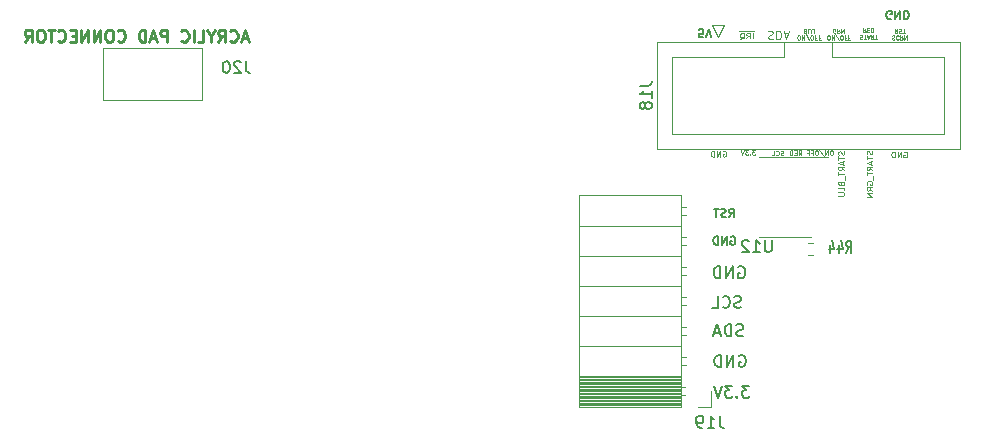
<source format=gbr>
%TF.GenerationSoftware,KiCad,Pcbnew,(6.0.0)*%
%TF.CreationDate,2022-02-18T09:15:22+03:00*%
%TF.ProjectId,Steel_form_Dish_washer PART 2,53746565-6c5f-4666-9f72-6d5f44697368,rev?*%
%TF.SameCoordinates,Original*%
%TF.FileFunction,Legend,Bot*%
%TF.FilePolarity,Positive*%
%FSLAX46Y46*%
G04 Gerber Fmt 4.6, Leading zero omitted, Abs format (unit mm)*
G04 Created by KiCad (PCBNEW (6.0.0)) date 2022-02-18 09:15:22*
%MOMM*%
%LPD*%
G01*
G04 APERTURE LIST*
%ADD10C,0.087500*%
%ADD11C,0.250000*%
%ADD12C,0.125000*%
%ADD13C,0.150000*%
%ADD14C,0.100000*%
%ADD15C,0.120000*%
G04 APERTURE END LIST*
D10*
X287591666Y-220498416D02*
X287658333Y-220498416D01*
X287691666Y-220481750D01*
X287725000Y-220448416D01*
X287741666Y-220381750D01*
X287741666Y-220265083D01*
X287725000Y-220198416D01*
X287691666Y-220165083D01*
X287658333Y-220148416D01*
X287591666Y-220148416D01*
X287558333Y-220165083D01*
X287525000Y-220198416D01*
X287508333Y-220265083D01*
X287508333Y-220381750D01*
X287525000Y-220448416D01*
X287558333Y-220481750D01*
X287591666Y-220498416D01*
X287891666Y-220148416D02*
X287891666Y-220498416D01*
X288091666Y-220148416D01*
X288091666Y-220498416D01*
X288508333Y-220515083D02*
X288208333Y-220065083D01*
X288691666Y-220498416D02*
X288758333Y-220498416D01*
X288791666Y-220481750D01*
X288825000Y-220448416D01*
X288841666Y-220381750D01*
X288841666Y-220265083D01*
X288825000Y-220198416D01*
X288791666Y-220165083D01*
X288758333Y-220148416D01*
X288691666Y-220148416D01*
X288658333Y-220165083D01*
X288625000Y-220198416D01*
X288608333Y-220265083D01*
X288608333Y-220381750D01*
X288625000Y-220448416D01*
X288658333Y-220481750D01*
X288691666Y-220498416D01*
X289108333Y-220331750D02*
X288991666Y-220331750D01*
X288991666Y-220148416D02*
X288991666Y-220498416D01*
X289158333Y-220498416D01*
X289408333Y-220331750D02*
X289291666Y-220331750D01*
X289291666Y-220148416D02*
X289291666Y-220498416D01*
X289458333Y-220498416D01*
X288208333Y-219918250D02*
X288175000Y-219934916D01*
X288125000Y-219934916D01*
X288075000Y-219918250D01*
X288041666Y-219884916D01*
X288025000Y-219851583D01*
X288008333Y-219784916D01*
X288008333Y-219734916D01*
X288025000Y-219668250D01*
X288041666Y-219634916D01*
X288075000Y-219601583D01*
X288125000Y-219584916D01*
X288158333Y-219584916D01*
X288208333Y-219601583D01*
X288225000Y-219618250D01*
X288225000Y-219734916D01*
X288158333Y-219734916D01*
X288575000Y-219584916D02*
X288458333Y-219751583D01*
X288375000Y-219584916D02*
X288375000Y-219934916D01*
X288508333Y-219934916D01*
X288541666Y-219918250D01*
X288558333Y-219901583D01*
X288575000Y-219868250D01*
X288575000Y-219818250D01*
X288558333Y-219784916D01*
X288541666Y-219768250D01*
X288508333Y-219751583D01*
X288375000Y-219751583D01*
X288725000Y-219584916D02*
X288725000Y-219934916D01*
X288925000Y-219584916D01*
X288925000Y-219934916D01*
D11*
X238453571Y-220391666D02*
X237977380Y-220391666D01*
X238548809Y-220677380D02*
X238215476Y-219677380D01*
X237882142Y-220677380D01*
X236977380Y-220582142D02*
X237025000Y-220629761D01*
X237167857Y-220677380D01*
X237263095Y-220677380D01*
X237405952Y-220629761D01*
X237501190Y-220534523D01*
X237548809Y-220439285D01*
X237596428Y-220248809D01*
X237596428Y-220105952D01*
X237548809Y-219915476D01*
X237501190Y-219820238D01*
X237405952Y-219725000D01*
X237263095Y-219677380D01*
X237167857Y-219677380D01*
X237025000Y-219725000D01*
X236977380Y-219772619D01*
X235977380Y-220677380D02*
X236310714Y-220201190D01*
X236548809Y-220677380D02*
X236548809Y-219677380D01*
X236167857Y-219677380D01*
X236072619Y-219725000D01*
X236025000Y-219772619D01*
X235977380Y-219867857D01*
X235977380Y-220010714D01*
X236025000Y-220105952D01*
X236072619Y-220153571D01*
X236167857Y-220201190D01*
X236548809Y-220201190D01*
X235358333Y-220201190D02*
X235358333Y-220677380D01*
X235691666Y-219677380D02*
X235358333Y-220201190D01*
X235025000Y-219677380D01*
X234215476Y-220677380D02*
X234691666Y-220677380D01*
X234691666Y-219677380D01*
X233882142Y-220677380D02*
X233882142Y-219677380D01*
X232834523Y-220582142D02*
X232882142Y-220629761D01*
X233025000Y-220677380D01*
X233120238Y-220677380D01*
X233263095Y-220629761D01*
X233358333Y-220534523D01*
X233405952Y-220439285D01*
X233453571Y-220248809D01*
X233453571Y-220105952D01*
X233405952Y-219915476D01*
X233358333Y-219820238D01*
X233263095Y-219725000D01*
X233120238Y-219677380D01*
X233025000Y-219677380D01*
X232882142Y-219725000D01*
X232834523Y-219772619D01*
X231644047Y-220677380D02*
X231644047Y-219677380D01*
X231263095Y-219677380D01*
X231167857Y-219725000D01*
X231120238Y-219772619D01*
X231072619Y-219867857D01*
X231072619Y-220010714D01*
X231120238Y-220105952D01*
X231167857Y-220153571D01*
X231263095Y-220201190D01*
X231644047Y-220201190D01*
X230691666Y-220391666D02*
X230215476Y-220391666D01*
X230786904Y-220677380D02*
X230453571Y-219677380D01*
X230120238Y-220677380D01*
X229786904Y-220677380D02*
X229786904Y-219677380D01*
X229548809Y-219677380D01*
X229405952Y-219725000D01*
X229310714Y-219820238D01*
X229263095Y-219915476D01*
X229215476Y-220105952D01*
X229215476Y-220248809D01*
X229263095Y-220439285D01*
X229310714Y-220534523D01*
X229405952Y-220629761D01*
X229548809Y-220677380D01*
X229786904Y-220677380D01*
X227453571Y-220582142D02*
X227501190Y-220629761D01*
X227644047Y-220677380D01*
X227739285Y-220677380D01*
X227882142Y-220629761D01*
X227977380Y-220534523D01*
X228025000Y-220439285D01*
X228072619Y-220248809D01*
X228072619Y-220105952D01*
X228025000Y-219915476D01*
X227977380Y-219820238D01*
X227882142Y-219725000D01*
X227739285Y-219677380D01*
X227644047Y-219677380D01*
X227501190Y-219725000D01*
X227453571Y-219772619D01*
X226834523Y-219677380D02*
X226644047Y-219677380D01*
X226548809Y-219725000D01*
X226453571Y-219820238D01*
X226405952Y-220010714D01*
X226405952Y-220344047D01*
X226453571Y-220534523D01*
X226548809Y-220629761D01*
X226644047Y-220677380D01*
X226834523Y-220677380D01*
X226929761Y-220629761D01*
X227025000Y-220534523D01*
X227072619Y-220344047D01*
X227072619Y-220010714D01*
X227025000Y-219820238D01*
X226929761Y-219725000D01*
X226834523Y-219677380D01*
X225977380Y-220677380D02*
X225977380Y-219677380D01*
X225405952Y-220677380D01*
X225405952Y-219677380D01*
X224929761Y-220677380D02*
X224929761Y-219677380D01*
X224358333Y-220677380D01*
X224358333Y-219677380D01*
X223882142Y-220153571D02*
X223548809Y-220153571D01*
X223405952Y-220677380D02*
X223882142Y-220677380D01*
X223882142Y-219677380D01*
X223405952Y-219677380D01*
X222405952Y-220582142D02*
X222453571Y-220629761D01*
X222596428Y-220677380D01*
X222691666Y-220677380D01*
X222834523Y-220629761D01*
X222929761Y-220534523D01*
X222977380Y-220439285D01*
X223025000Y-220248809D01*
X223025000Y-220105952D01*
X222977380Y-219915476D01*
X222929761Y-219820238D01*
X222834523Y-219725000D01*
X222691666Y-219677380D01*
X222596428Y-219677380D01*
X222453571Y-219725000D01*
X222405952Y-219772619D01*
X222120238Y-219677380D02*
X221548809Y-219677380D01*
X221834523Y-220677380D02*
X221834523Y-219677380D01*
X221025000Y-219677380D02*
X220834523Y-219677380D01*
X220739285Y-219725000D01*
X220644047Y-219820238D01*
X220596428Y-220010714D01*
X220596428Y-220344047D01*
X220644047Y-220534523D01*
X220739285Y-220629761D01*
X220834523Y-220677380D01*
X221025000Y-220677380D01*
X221120238Y-220629761D01*
X221215476Y-220534523D01*
X221263095Y-220344047D01*
X221263095Y-220010714D01*
X221215476Y-219820238D01*
X221120238Y-219725000D01*
X221025000Y-219677380D01*
X219596428Y-220677380D02*
X219929761Y-220201190D01*
X220167857Y-220677380D02*
X220167857Y-219677380D01*
X219786904Y-219677380D01*
X219691666Y-219725000D01*
X219644047Y-219772619D01*
X219596428Y-219867857D01*
X219596428Y-220010714D01*
X219644047Y-220105952D01*
X219691666Y-220153571D01*
X219786904Y-220201190D01*
X220167857Y-220201190D01*
D12*
X291327380Y-229934523D02*
X291351190Y-230005952D01*
X291351190Y-230125000D01*
X291327380Y-230172619D01*
X291303571Y-230196428D01*
X291255952Y-230220238D01*
X291208333Y-230220238D01*
X291160714Y-230196428D01*
X291136904Y-230172619D01*
X291113095Y-230125000D01*
X291089285Y-230029761D01*
X291065476Y-229982142D01*
X291041666Y-229958333D01*
X290994047Y-229934523D01*
X290946428Y-229934523D01*
X290898809Y-229958333D01*
X290875000Y-229982142D01*
X290851190Y-230029761D01*
X290851190Y-230148809D01*
X290875000Y-230220238D01*
X290851190Y-230363095D02*
X290851190Y-230648809D01*
X291351190Y-230505952D02*
X290851190Y-230505952D01*
X291208333Y-230791666D02*
X291208333Y-231029761D01*
X291351190Y-230744047D02*
X290851190Y-230910714D01*
X291351190Y-231077380D01*
X291351190Y-231529761D02*
X291113095Y-231363095D01*
X291351190Y-231244047D02*
X290851190Y-231244047D01*
X290851190Y-231434523D01*
X290875000Y-231482142D01*
X290898809Y-231505952D01*
X290946428Y-231529761D01*
X291017857Y-231529761D01*
X291065476Y-231505952D01*
X291089285Y-231482142D01*
X291113095Y-231434523D01*
X291113095Y-231244047D01*
X290851190Y-231672619D02*
X290851190Y-231958333D01*
X291351190Y-231815476D02*
X290851190Y-231815476D01*
X291398809Y-232005952D02*
X291398809Y-232386904D01*
X290875000Y-232767857D02*
X290851190Y-232720238D01*
X290851190Y-232648809D01*
X290875000Y-232577380D01*
X290922619Y-232529761D01*
X290970238Y-232505952D01*
X291065476Y-232482142D01*
X291136904Y-232482142D01*
X291232142Y-232505952D01*
X291279761Y-232529761D01*
X291327380Y-232577380D01*
X291351190Y-232648809D01*
X291351190Y-232696428D01*
X291327380Y-232767857D01*
X291303571Y-232791666D01*
X291136904Y-232791666D01*
X291136904Y-232696428D01*
X291351190Y-233291666D02*
X291113095Y-233125000D01*
X291351190Y-233005952D02*
X290851190Y-233005952D01*
X290851190Y-233196428D01*
X290875000Y-233244047D01*
X290898809Y-233267857D01*
X290946428Y-233291666D01*
X291017857Y-233291666D01*
X291065476Y-233267857D01*
X291089285Y-233244047D01*
X291113095Y-233196428D01*
X291113095Y-233005952D01*
X291351190Y-233505952D02*
X290851190Y-233505952D01*
X291351190Y-233791666D01*
X290851190Y-233791666D01*
D13*
X280011904Y-239750000D02*
X280107142Y-239702380D01*
X280250000Y-239702380D01*
X280392857Y-239750000D01*
X280488095Y-239845238D01*
X280535714Y-239940476D01*
X280583333Y-240130952D01*
X280583333Y-240273809D01*
X280535714Y-240464285D01*
X280488095Y-240559523D01*
X280392857Y-240654761D01*
X280250000Y-240702380D01*
X280154761Y-240702380D01*
X280011904Y-240654761D01*
X279964285Y-240607142D01*
X279964285Y-240273809D01*
X280154761Y-240273809D01*
X279535714Y-240702380D02*
X279535714Y-239702380D01*
X278964285Y-240702380D01*
X278964285Y-239702380D01*
X278488095Y-240702380D02*
X278488095Y-239702380D01*
X278250000Y-239702380D01*
X278107142Y-239750000D01*
X278011904Y-239845238D01*
X277964285Y-239940476D01*
X277916666Y-240130952D01*
X277916666Y-240273809D01*
X277964285Y-240464285D01*
X278011904Y-240559523D01*
X278107142Y-240654761D01*
X278250000Y-240702380D01*
X278488095Y-240702380D01*
D10*
X290308333Y-220115083D02*
X290358333Y-220098416D01*
X290441666Y-220098416D01*
X290475000Y-220115083D01*
X290491666Y-220131750D01*
X290508333Y-220165083D01*
X290508333Y-220198416D01*
X290491666Y-220231750D01*
X290475000Y-220248416D01*
X290441666Y-220265083D01*
X290375000Y-220281750D01*
X290341666Y-220298416D01*
X290325000Y-220315083D01*
X290308333Y-220348416D01*
X290308333Y-220381750D01*
X290325000Y-220415083D01*
X290341666Y-220431750D01*
X290375000Y-220448416D01*
X290458333Y-220448416D01*
X290508333Y-220431750D01*
X290608333Y-220448416D02*
X290808333Y-220448416D01*
X290708333Y-220098416D02*
X290708333Y-220448416D01*
X290908333Y-220198416D02*
X291075000Y-220198416D01*
X290875000Y-220098416D02*
X290991666Y-220448416D01*
X291108333Y-220098416D01*
X291425000Y-220098416D02*
X291308333Y-220265083D01*
X291225000Y-220098416D02*
X291225000Y-220448416D01*
X291358333Y-220448416D01*
X291391666Y-220431750D01*
X291408333Y-220415083D01*
X291425000Y-220381750D01*
X291425000Y-220331750D01*
X291408333Y-220298416D01*
X291391666Y-220281750D01*
X291358333Y-220265083D01*
X291225000Y-220265083D01*
X291525000Y-220448416D02*
X291725000Y-220448416D01*
X291625000Y-220098416D02*
X291625000Y-220448416D01*
X290775000Y-219534916D02*
X290658333Y-219701583D01*
X290575000Y-219534916D02*
X290575000Y-219884916D01*
X290708333Y-219884916D01*
X290741666Y-219868250D01*
X290758333Y-219851583D01*
X290775000Y-219818250D01*
X290775000Y-219768250D01*
X290758333Y-219734916D01*
X290741666Y-219718250D01*
X290708333Y-219701583D01*
X290575000Y-219701583D01*
X290925000Y-219718250D02*
X291041666Y-219718250D01*
X291091666Y-219534916D02*
X290925000Y-219534916D01*
X290925000Y-219884916D01*
X291091666Y-219884916D01*
X291241666Y-219534916D02*
X291241666Y-219884916D01*
X291325000Y-219884916D01*
X291375000Y-219868250D01*
X291408333Y-219834916D01*
X291425000Y-219801583D01*
X291441666Y-219734916D01*
X291441666Y-219684916D01*
X291425000Y-219618250D01*
X291408333Y-219584916D01*
X291375000Y-219551583D01*
X291325000Y-219534916D01*
X291241666Y-219534916D01*
D12*
X288952380Y-229957142D02*
X288976190Y-230028571D01*
X288976190Y-230147619D01*
X288952380Y-230195238D01*
X288928571Y-230219047D01*
X288880952Y-230242857D01*
X288833333Y-230242857D01*
X288785714Y-230219047D01*
X288761904Y-230195238D01*
X288738095Y-230147619D01*
X288714285Y-230052380D01*
X288690476Y-230004761D01*
X288666666Y-229980952D01*
X288619047Y-229957142D01*
X288571428Y-229957142D01*
X288523809Y-229980952D01*
X288500000Y-230004761D01*
X288476190Y-230052380D01*
X288476190Y-230171428D01*
X288500000Y-230242857D01*
X288476190Y-230385714D02*
X288476190Y-230671428D01*
X288976190Y-230528571D02*
X288476190Y-230528571D01*
X288833333Y-230814285D02*
X288833333Y-231052380D01*
X288976190Y-230766666D02*
X288476190Y-230933333D01*
X288976190Y-231100000D01*
X288976190Y-231552380D02*
X288738095Y-231385714D01*
X288976190Y-231266666D02*
X288476190Y-231266666D01*
X288476190Y-231457142D01*
X288500000Y-231504761D01*
X288523809Y-231528571D01*
X288571428Y-231552380D01*
X288642857Y-231552380D01*
X288690476Y-231528571D01*
X288714285Y-231504761D01*
X288738095Y-231457142D01*
X288738095Y-231266666D01*
X288476190Y-231695238D02*
X288476190Y-231980952D01*
X288976190Y-231838095D02*
X288476190Y-231838095D01*
X289023809Y-232028571D02*
X289023809Y-232409523D01*
X288714285Y-232695238D02*
X288738095Y-232766666D01*
X288761904Y-232790476D01*
X288809523Y-232814285D01*
X288880952Y-232814285D01*
X288928571Y-232790476D01*
X288952380Y-232766666D01*
X288976190Y-232719047D01*
X288976190Y-232528571D01*
X288476190Y-232528571D01*
X288476190Y-232695238D01*
X288500000Y-232742857D01*
X288523809Y-232766666D01*
X288571428Y-232790476D01*
X288619047Y-232790476D01*
X288666666Y-232766666D01*
X288690476Y-232742857D01*
X288714285Y-232695238D01*
X288714285Y-232528571D01*
X288976190Y-233266666D02*
X288976190Y-233028571D01*
X288476190Y-233028571D01*
X288476190Y-233433333D02*
X288880952Y-233433333D01*
X288928571Y-233457142D01*
X288952380Y-233480952D01*
X288976190Y-233528571D01*
X288976190Y-233623809D01*
X288952380Y-233671428D01*
X288928571Y-233695238D01*
X288880952Y-233719047D01*
X288476190Y-233719047D01*
D13*
X279358333Y-237200000D02*
X279425000Y-237166666D01*
X279525000Y-237166666D01*
X279625000Y-237200000D01*
X279691666Y-237266666D01*
X279725000Y-237333333D01*
X279758333Y-237466666D01*
X279758333Y-237566666D01*
X279725000Y-237700000D01*
X279691666Y-237766666D01*
X279625000Y-237833333D01*
X279525000Y-237866666D01*
X279458333Y-237866666D01*
X279358333Y-237833333D01*
X279325000Y-237800000D01*
X279325000Y-237566666D01*
X279458333Y-237566666D01*
X279025000Y-237866666D02*
X279025000Y-237166666D01*
X278625000Y-237866666D01*
X278625000Y-237166666D01*
X278291666Y-237866666D02*
X278291666Y-237166666D01*
X278125000Y-237166666D01*
X278025000Y-237200000D01*
X277958333Y-237266666D01*
X277925000Y-237333333D01*
X277891666Y-237466666D01*
X277891666Y-237566666D01*
X277925000Y-237700000D01*
X277958333Y-237766666D01*
X278025000Y-237833333D01*
X278125000Y-237866666D01*
X278291666Y-237866666D01*
X280061904Y-247250000D02*
X280157142Y-247202380D01*
X280300000Y-247202380D01*
X280442857Y-247250000D01*
X280538095Y-247345238D01*
X280585714Y-247440476D01*
X280633333Y-247630952D01*
X280633333Y-247773809D01*
X280585714Y-247964285D01*
X280538095Y-248059523D01*
X280442857Y-248154761D01*
X280300000Y-248202380D01*
X280204761Y-248202380D01*
X280061904Y-248154761D01*
X280014285Y-248107142D01*
X280014285Y-247773809D01*
X280204761Y-247773809D01*
X279585714Y-248202380D02*
X279585714Y-247202380D01*
X279014285Y-248202380D01*
X279014285Y-247202380D01*
X278538095Y-248202380D02*
X278538095Y-247202380D01*
X278300000Y-247202380D01*
X278157142Y-247250000D01*
X278061904Y-247345238D01*
X278014285Y-247440476D01*
X277966666Y-247630952D01*
X277966666Y-247773809D01*
X278014285Y-247964285D01*
X278061904Y-248059523D01*
X278157142Y-248154761D01*
X278300000Y-248202380D01*
X278538095Y-248202380D01*
D14*
X282525000Y-219791666D02*
X282625000Y-219758333D01*
X282791666Y-219758333D01*
X282858333Y-219791666D01*
X282891666Y-219825000D01*
X282925000Y-219891666D01*
X282925000Y-219958333D01*
X282891666Y-220025000D01*
X282858333Y-220058333D01*
X282791666Y-220091666D01*
X282658333Y-220125000D01*
X282591666Y-220158333D01*
X282558333Y-220191666D01*
X282525000Y-220258333D01*
X282525000Y-220325000D01*
X282558333Y-220391666D01*
X282591666Y-220425000D01*
X282658333Y-220458333D01*
X282825000Y-220458333D01*
X282925000Y-220425000D01*
X283225000Y-219758333D02*
X283225000Y-220458333D01*
X283391666Y-220458333D01*
X283491666Y-220425000D01*
X283558333Y-220358333D01*
X283591666Y-220291666D01*
X283625000Y-220158333D01*
X283625000Y-220058333D01*
X283591666Y-219925000D01*
X283558333Y-219858333D01*
X283491666Y-219791666D01*
X283391666Y-219758333D01*
X283225000Y-219758333D01*
X283891666Y-219958333D02*
X284225000Y-219958333D01*
X283825000Y-219758333D02*
X284058333Y-220458333D01*
X284291666Y-219758333D01*
D13*
X279208333Y-235516666D02*
X279441666Y-235183333D01*
X279608333Y-235516666D02*
X279608333Y-234816666D01*
X279341666Y-234816666D01*
X279275000Y-234850000D01*
X279241666Y-234883333D01*
X279208333Y-234950000D01*
X279208333Y-235050000D01*
X279241666Y-235116666D01*
X279275000Y-235150000D01*
X279341666Y-235183333D01*
X279608333Y-235183333D01*
X278941666Y-235483333D02*
X278841666Y-235516666D01*
X278675000Y-235516666D01*
X278608333Y-235483333D01*
X278575000Y-235450000D01*
X278541666Y-235383333D01*
X278541666Y-235316666D01*
X278575000Y-235250000D01*
X278608333Y-235216666D01*
X278675000Y-235183333D01*
X278808333Y-235150000D01*
X278875000Y-235116666D01*
X278908333Y-235083333D01*
X278941666Y-235016666D01*
X278941666Y-234950000D01*
X278908333Y-234883333D01*
X278875000Y-234850000D01*
X278808333Y-234816666D01*
X278641666Y-234816666D01*
X278541666Y-234850000D01*
X278341666Y-234816666D02*
X277941666Y-234816666D01*
X278141666Y-235516666D02*
X278141666Y-234816666D01*
D14*
X281330952Y-219760000D02*
X281092857Y-219760000D01*
X281211904Y-220401190D02*
X281211904Y-219901190D01*
X281092857Y-219760000D02*
X280592857Y-219760000D01*
X280688095Y-220401190D02*
X280854761Y-220163095D01*
X280973809Y-220401190D02*
X280973809Y-219901190D01*
X280783333Y-219901190D01*
X280735714Y-219925000D01*
X280711904Y-219948809D01*
X280688095Y-219996428D01*
X280688095Y-220067857D01*
X280711904Y-220115476D01*
X280735714Y-220139285D01*
X280783333Y-220163095D01*
X280973809Y-220163095D01*
X280592857Y-219760000D02*
X280069047Y-219760000D01*
X280140476Y-220448809D02*
X280188095Y-220425000D01*
X280235714Y-220377380D01*
X280307142Y-220305952D01*
X280354761Y-220282142D01*
X280402380Y-220282142D01*
X280378571Y-220401190D02*
X280426190Y-220377380D01*
X280473809Y-220329761D01*
X280497619Y-220234523D01*
X280497619Y-220067857D01*
X280473809Y-219972619D01*
X280426190Y-219925000D01*
X280378571Y-219901190D01*
X280283333Y-219901190D01*
X280235714Y-219925000D01*
X280188095Y-219972619D01*
X280164285Y-220067857D01*
X280164285Y-220234523D01*
X280188095Y-220329761D01*
X280235714Y-220377380D01*
X280283333Y-220401190D01*
X280378571Y-220401190D01*
D13*
X280414285Y-245554761D02*
X280271428Y-245602380D01*
X280033333Y-245602380D01*
X279938095Y-245554761D01*
X279890476Y-245507142D01*
X279842857Y-245411904D01*
X279842857Y-245316666D01*
X279890476Y-245221428D01*
X279938095Y-245173809D01*
X280033333Y-245126190D01*
X280223809Y-245078571D01*
X280319047Y-245030952D01*
X280366666Y-244983333D01*
X280414285Y-244888095D01*
X280414285Y-244792857D01*
X280366666Y-244697619D01*
X280319047Y-244650000D01*
X280223809Y-244602380D01*
X279985714Y-244602380D01*
X279842857Y-244650000D01*
X279414285Y-245602380D02*
X279414285Y-244602380D01*
X279176190Y-244602380D01*
X279033333Y-244650000D01*
X278938095Y-244745238D01*
X278890476Y-244840476D01*
X278842857Y-245030952D01*
X278842857Y-245173809D01*
X278890476Y-245364285D01*
X278938095Y-245459523D01*
X279033333Y-245554761D01*
X279176190Y-245602380D01*
X279414285Y-245602380D01*
X278461904Y-245316666D02*
X277985714Y-245316666D01*
X278557142Y-245602380D02*
X278223809Y-244602380D01*
X277890476Y-245602380D01*
D14*
X283801190Y-230286904D02*
X283744047Y-230305952D01*
X283648809Y-230305952D01*
X283610714Y-230286904D01*
X283591666Y-230267857D01*
X283572619Y-230229761D01*
X283572619Y-230191666D01*
X283591666Y-230153571D01*
X283610714Y-230134523D01*
X283648809Y-230115476D01*
X283725000Y-230096428D01*
X283763095Y-230077380D01*
X283782142Y-230058333D01*
X283801190Y-230020238D01*
X283801190Y-229982142D01*
X283782142Y-229944047D01*
X283763095Y-229925000D01*
X283725000Y-229905952D01*
X283629761Y-229905952D01*
X283572619Y-229925000D01*
X283172619Y-230267857D02*
X283191666Y-230286904D01*
X283248809Y-230305952D01*
X283286904Y-230305952D01*
X283344047Y-230286904D01*
X283382142Y-230248809D01*
X283401190Y-230210714D01*
X283420238Y-230134523D01*
X283420238Y-230077380D01*
X283401190Y-230001190D01*
X283382142Y-229963095D01*
X283344047Y-229925000D01*
X283286904Y-229905952D01*
X283248809Y-229905952D01*
X283191666Y-229925000D01*
X283172619Y-229944047D01*
X282810714Y-230305952D02*
X283001190Y-230305952D01*
X283001190Y-229905952D01*
X287917857Y-229880952D02*
X287841666Y-229880952D01*
X287803571Y-229900000D01*
X287765476Y-229938095D01*
X287746428Y-230014285D01*
X287746428Y-230147619D01*
X287765476Y-230223809D01*
X287803571Y-230261904D01*
X287841666Y-230280952D01*
X287917857Y-230280952D01*
X287955952Y-230261904D01*
X287994047Y-230223809D01*
X288013095Y-230147619D01*
X288013095Y-230014285D01*
X287994047Y-229938095D01*
X287955952Y-229900000D01*
X287917857Y-229880952D01*
X287575000Y-230280952D02*
X287575000Y-229880952D01*
X287346428Y-230280952D01*
X287346428Y-229880952D01*
X286870238Y-229861904D02*
X287213095Y-230376190D01*
X286660714Y-229880952D02*
X286584523Y-229880952D01*
X286546428Y-229900000D01*
X286508333Y-229938095D01*
X286489285Y-230014285D01*
X286489285Y-230147619D01*
X286508333Y-230223809D01*
X286546428Y-230261904D01*
X286584523Y-230280952D01*
X286660714Y-230280952D01*
X286698809Y-230261904D01*
X286736904Y-230223809D01*
X286755952Y-230147619D01*
X286755952Y-230014285D01*
X286736904Y-229938095D01*
X286698809Y-229900000D01*
X286660714Y-229880952D01*
X286184523Y-230071428D02*
X286317857Y-230071428D01*
X286317857Y-230280952D02*
X286317857Y-229880952D01*
X286127380Y-229880952D01*
X285841666Y-230071428D02*
X285975000Y-230071428D01*
X285975000Y-230280952D02*
X285975000Y-229880952D01*
X285784523Y-229880952D01*
X285098809Y-230280952D02*
X285232142Y-230090476D01*
X285327380Y-230280952D02*
X285327380Y-229880952D01*
X285175000Y-229880952D01*
X285136904Y-229900000D01*
X285117857Y-229919047D01*
X285098809Y-229957142D01*
X285098809Y-230014285D01*
X285117857Y-230052380D01*
X285136904Y-230071428D01*
X285175000Y-230090476D01*
X285327380Y-230090476D01*
X284927380Y-230071428D02*
X284794047Y-230071428D01*
X284736904Y-230280952D02*
X284927380Y-230280952D01*
X284927380Y-229880952D01*
X284736904Y-229880952D01*
X284565476Y-230280952D02*
X284565476Y-229880952D01*
X284470238Y-229880952D01*
X284413095Y-229900000D01*
X284375000Y-229938095D01*
X284355952Y-229976190D01*
X284336904Y-230052380D01*
X284336904Y-230109523D01*
X284355952Y-230185714D01*
X284375000Y-230223809D01*
X284413095Y-230261904D01*
X284470238Y-230280952D01*
X284565476Y-230280952D01*
X281415476Y-229855952D02*
X281167857Y-229855952D01*
X281301190Y-230008333D01*
X281244047Y-230008333D01*
X281205952Y-230027380D01*
X281186904Y-230046428D01*
X281167857Y-230084523D01*
X281167857Y-230179761D01*
X281186904Y-230217857D01*
X281205952Y-230236904D01*
X281244047Y-230255952D01*
X281358333Y-230255952D01*
X281396428Y-230236904D01*
X281415476Y-230217857D01*
X280996428Y-230217857D02*
X280977380Y-230236904D01*
X280996428Y-230255952D01*
X281015476Y-230236904D01*
X280996428Y-230217857D01*
X280996428Y-230255952D01*
X280844047Y-229855952D02*
X280596428Y-229855952D01*
X280729761Y-230008333D01*
X280672619Y-230008333D01*
X280634523Y-230027380D01*
X280615476Y-230046428D01*
X280596428Y-230084523D01*
X280596428Y-230179761D01*
X280615476Y-230217857D01*
X280634523Y-230236904D01*
X280672619Y-230255952D01*
X280786904Y-230255952D01*
X280825000Y-230236904D01*
X280844047Y-230217857D01*
X280482142Y-229855952D02*
X280348809Y-230255952D01*
X280215476Y-229855952D01*
D10*
X285091666Y-220498416D02*
X285158333Y-220498416D01*
X285191666Y-220481750D01*
X285225000Y-220448416D01*
X285241666Y-220381750D01*
X285241666Y-220265083D01*
X285225000Y-220198416D01*
X285191666Y-220165083D01*
X285158333Y-220148416D01*
X285091666Y-220148416D01*
X285058333Y-220165083D01*
X285025000Y-220198416D01*
X285008333Y-220265083D01*
X285008333Y-220381750D01*
X285025000Y-220448416D01*
X285058333Y-220481750D01*
X285091666Y-220498416D01*
X285391666Y-220148416D02*
X285391666Y-220498416D01*
X285591666Y-220148416D01*
X285591666Y-220498416D01*
X286008333Y-220515083D02*
X285708333Y-220065083D01*
X286191666Y-220498416D02*
X286258333Y-220498416D01*
X286291666Y-220481750D01*
X286325000Y-220448416D01*
X286341666Y-220381750D01*
X286341666Y-220265083D01*
X286325000Y-220198416D01*
X286291666Y-220165083D01*
X286258333Y-220148416D01*
X286191666Y-220148416D01*
X286158333Y-220165083D01*
X286125000Y-220198416D01*
X286108333Y-220265083D01*
X286108333Y-220381750D01*
X286125000Y-220448416D01*
X286158333Y-220481750D01*
X286191666Y-220498416D01*
X286608333Y-220331750D02*
X286491666Y-220331750D01*
X286491666Y-220148416D02*
X286491666Y-220498416D01*
X286658333Y-220498416D01*
X286908333Y-220331750D02*
X286791666Y-220331750D01*
X286791666Y-220148416D02*
X286791666Y-220498416D01*
X286958333Y-220498416D01*
X285675000Y-219768250D02*
X285725000Y-219751583D01*
X285741666Y-219734916D01*
X285758333Y-219701583D01*
X285758333Y-219651583D01*
X285741666Y-219618250D01*
X285725000Y-219601583D01*
X285691666Y-219584916D01*
X285558333Y-219584916D01*
X285558333Y-219934916D01*
X285675000Y-219934916D01*
X285708333Y-219918250D01*
X285725000Y-219901583D01*
X285741666Y-219868250D01*
X285741666Y-219834916D01*
X285725000Y-219801583D01*
X285708333Y-219784916D01*
X285675000Y-219768250D01*
X285558333Y-219768250D01*
X286075000Y-219584916D02*
X285908333Y-219584916D01*
X285908333Y-219934916D01*
X286191666Y-219934916D02*
X286191666Y-219651583D01*
X286208333Y-219618250D01*
X286225000Y-219601583D01*
X286258333Y-219584916D01*
X286325000Y-219584916D01*
X286358333Y-219601583D01*
X286375000Y-219618250D01*
X286391666Y-219651583D01*
X286391666Y-219934916D01*
X293016666Y-220165083D02*
X293066666Y-220148416D01*
X293150000Y-220148416D01*
X293183333Y-220165083D01*
X293200000Y-220181750D01*
X293216666Y-220215083D01*
X293216666Y-220248416D01*
X293200000Y-220281750D01*
X293183333Y-220298416D01*
X293150000Y-220315083D01*
X293083333Y-220331750D01*
X293050000Y-220348416D01*
X293033333Y-220365083D01*
X293016666Y-220398416D01*
X293016666Y-220431750D01*
X293033333Y-220465083D01*
X293050000Y-220481750D01*
X293083333Y-220498416D01*
X293166666Y-220498416D01*
X293216666Y-220481750D01*
X293566666Y-220181750D02*
X293550000Y-220165083D01*
X293500000Y-220148416D01*
X293466666Y-220148416D01*
X293416666Y-220165083D01*
X293383333Y-220198416D01*
X293366666Y-220231750D01*
X293350000Y-220298416D01*
X293350000Y-220348416D01*
X293366666Y-220415083D01*
X293383333Y-220448416D01*
X293416666Y-220481750D01*
X293466666Y-220498416D01*
X293500000Y-220498416D01*
X293550000Y-220481750D01*
X293566666Y-220465083D01*
X293916666Y-220148416D02*
X293800000Y-220315083D01*
X293716666Y-220148416D02*
X293716666Y-220498416D01*
X293850000Y-220498416D01*
X293883333Y-220481750D01*
X293900000Y-220465083D01*
X293916666Y-220431750D01*
X293916666Y-220381750D01*
X293900000Y-220348416D01*
X293883333Y-220331750D01*
X293850000Y-220315083D01*
X293716666Y-220315083D01*
X294066666Y-220148416D02*
X294066666Y-220498416D01*
X294266666Y-220148416D01*
X294266666Y-220498416D01*
X293458333Y-219584916D02*
X293341666Y-219751583D01*
X293258333Y-219584916D02*
X293258333Y-219934916D01*
X293391666Y-219934916D01*
X293425000Y-219918250D01*
X293441666Y-219901583D01*
X293458333Y-219868250D01*
X293458333Y-219818250D01*
X293441666Y-219784916D01*
X293425000Y-219768250D01*
X293391666Y-219751583D01*
X293258333Y-219751583D01*
X293591666Y-219601583D02*
X293641666Y-219584916D01*
X293725000Y-219584916D01*
X293758333Y-219601583D01*
X293775000Y-219618250D01*
X293791666Y-219651583D01*
X293791666Y-219684916D01*
X293775000Y-219718250D01*
X293758333Y-219734916D01*
X293725000Y-219751583D01*
X293658333Y-219768250D01*
X293625000Y-219784916D01*
X293608333Y-219801583D01*
X293591666Y-219834916D01*
X293591666Y-219868250D01*
X293608333Y-219901583D01*
X293625000Y-219918250D01*
X293658333Y-219934916D01*
X293741666Y-219934916D01*
X293791666Y-219918250D01*
X293891666Y-219934916D02*
X294091666Y-219934916D01*
X293991666Y-219584916D02*
X293991666Y-219934916D01*
D13*
X280926190Y-249802380D02*
X280307142Y-249802380D01*
X280640476Y-250183333D01*
X280497619Y-250183333D01*
X280402380Y-250230952D01*
X280354761Y-250278571D01*
X280307142Y-250373809D01*
X280307142Y-250611904D01*
X280354761Y-250707142D01*
X280402380Y-250754761D01*
X280497619Y-250802380D01*
X280783333Y-250802380D01*
X280878571Y-250754761D01*
X280926190Y-250707142D01*
X279878571Y-250707142D02*
X279830952Y-250754761D01*
X279878571Y-250802380D01*
X279926190Y-250754761D01*
X279878571Y-250707142D01*
X279878571Y-250802380D01*
X279497619Y-249802380D02*
X278878571Y-249802380D01*
X279211904Y-250183333D01*
X279069047Y-250183333D01*
X278973809Y-250230952D01*
X278926190Y-250278571D01*
X278878571Y-250373809D01*
X278878571Y-250611904D01*
X278926190Y-250707142D01*
X278973809Y-250754761D01*
X279069047Y-250802380D01*
X279354761Y-250802380D01*
X279450000Y-250754761D01*
X279497619Y-250707142D01*
X278592857Y-249802380D02*
X278259523Y-250802380D01*
X277926190Y-249802380D01*
D12*
X278705952Y-229925000D02*
X278753571Y-229901190D01*
X278825000Y-229901190D01*
X278896428Y-229925000D01*
X278944047Y-229972619D01*
X278967857Y-230020238D01*
X278991666Y-230115476D01*
X278991666Y-230186904D01*
X278967857Y-230282142D01*
X278944047Y-230329761D01*
X278896428Y-230377380D01*
X278825000Y-230401190D01*
X278777380Y-230401190D01*
X278705952Y-230377380D01*
X278682142Y-230353571D01*
X278682142Y-230186904D01*
X278777380Y-230186904D01*
X278467857Y-230401190D02*
X278467857Y-229901190D01*
X278182142Y-230401190D01*
X278182142Y-229901190D01*
X277944047Y-230401190D02*
X277944047Y-229901190D01*
X277825000Y-229901190D01*
X277753571Y-229925000D01*
X277705952Y-229972619D01*
X277682142Y-230020238D01*
X277658333Y-230115476D01*
X277658333Y-230186904D01*
X277682142Y-230282142D01*
X277705952Y-230329761D01*
X277753571Y-230377380D01*
X277825000Y-230401190D01*
X277944047Y-230401190D01*
D13*
X280240476Y-243154761D02*
X280097619Y-243202380D01*
X279859523Y-243202380D01*
X279764285Y-243154761D01*
X279716666Y-243107142D01*
X279669047Y-243011904D01*
X279669047Y-242916666D01*
X279716666Y-242821428D01*
X279764285Y-242773809D01*
X279859523Y-242726190D01*
X280050000Y-242678571D01*
X280145238Y-242630952D01*
X280192857Y-242583333D01*
X280240476Y-242488095D01*
X280240476Y-242392857D01*
X280192857Y-242297619D01*
X280145238Y-242250000D01*
X280050000Y-242202380D01*
X279811904Y-242202380D01*
X279669047Y-242250000D01*
X278669047Y-243107142D02*
X278716666Y-243154761D01*
X278859523Y-243202380D01*
X278954761Y-243202380D01*
X279097619Y-243154761D01*
X279192857Y-243059523D01*
X279240476Y-242964285D01*
X279288095Y-242773809D01*
X279288095Y-242630952D01*
X279240476Y-242440476D01*
X279192857Y-242345238D01*
X279097619Y-242250000D01*
X278954761Y-242202380D01*
X278859523Y-242202380D01*
X278716666Y-242250000D01*
X278669047Y-242297619D01*
X277764285Y-243202380D02*
X278240476Y-243202380D01*
X278240476Y-242202380D01*
X277016666Y-220308333D02*
X276683333Y-220308333D01*
X276650000Y-219975000D01*
X276683333Y-220008333D01*
X276750000Y-220041666D01*
X276916666Y-220041666D01*
X276983333Y-220008333D01*
X277016666Y-219975000D01*
X277050000Y-219908333D01*
X277050000Y-219741666D01*
X277016666Y-219675000D01*
X276983333Y-219641666D01*
X276916666Y-219608333D01*
X276750000Y-219608333D01*
X276683333Y-219641666D01*
X276650000Y-219675000D01*
X277250000Y-220308333D02*
X277483333Y-219608333D01*
X277716666Y-220308333D01*
X292941666Y-218725000D02*
X292875000Y-218758333D01*
X292775000Y-218758333D01*
X292675000Y-218725000D01*
X292608333Y-218658333D01*
X292575000Y-218591666D01*
X292541666Y-218458333D01*
X292541666Y-218358333D01*
X292575000Y-218225000D01*
X292608333Y-218158333D01*
X292675000Y-218091666D01*
X292775000Y-218058333D01*
X292841666Y-218058333D01*
X292941666Y-218091666D01*
X292975000Y-218125000D01*
X292975000Y-218358333D01*
X292841666Y-218358333D01*
X293275000Y-218058333D02*
X293275000Y-218758333D01*
X293675000Y-218058333D01*
X293675000Y-218758333D01*
X294008333Y-218058333D02*
X294008333Y-218758333D01*
X294175000Y-218758333D01*
X294275000Y-218725000D01*
X294341666Y-218658333D01*
X294375000Y-218591666D01*
X294408333Y-218458333D01*
X294408333Y-218358333D01*
X294375000Y-218225000D01*
X294341666Y-218158333D01*
X294275000Y-218091666D01*
X294175000Y-218058333D01*
X294008333Y-218058333D01*
D12*
X294005952Y-230000000D02*
X294053571Y-229976190D01*
X294125000Y-229976190D01*
X294196428Y-230000000D01*
X294244047Y-230047619D01*
X294267857Y-230095238D01*
X294291666Y-230190476D01*
X294291666Y-230261904D01*
X294267857Y-230357142D01*
X294244047Y-230404761D01*
X294196428Y-230452380D01*
X294125000Y-230476190D01*
X294077380Y-230476190D01*
X294005952Y-230452380D01*
X293982142Y-230428571D01*
X293982142Y-230261904D01*
X294077380Y-230261904D01*
X293767857Y-230476190D02*
X293767857Y-229976190D01*
X293482142Y-230476190D01*
X293482142Y-229976190D01*
X293244047Y-230476190D02*
X293244047Y-229976190D01*
X293125000Y-229976190D01*
X293053571Y-230000000D01*
X293005952Y-230047619D01*
X292982142Y-230095238D01*
X292958333Y-230190476D01*
X292958333Y-230261904D01*
X292982142Y-230357142D01*
X293005952Y-230404761D01*
X293053571Y-230452380D01*
X293125000Y-230476190D01*
X293244047Y-230476190D01*
D13*
%TO.C,J19*%
X278409523Y-252352380D02*
X278409523Y-253066666D01*
X278457142Y-253209523D01*
X278552380Y-253304761D01*
X278695238Y-253352380D01*
X278790476Y-253352380D01*
X277409523Y-253352380D02*
X277980952Y-253352380D01*
X277695238Y-253352380D02*
X277695238Y-252352380D01*
X277790476Y-252495238D01*
X277885714Y-252590476D01*
X277980952Y-252638095D01*
X276933333Y-253352380D02*
X276742857Y-253352380D01*
X276647619Y-253304761D01*
X276600000Y-253257142D01*
X276504761Y-253114285D01*
X276457142Y-252923809D01*
X276457142Y-252542857D01*
X276504761Y-252447619D01*
X276552380Y-252400000D01*
X276647619Y-252352380D01*
X276838095Y-252352380D01*
X276933333Y-252400000D01*
X276980952Y-252447619D01*
X277028571Y-252542857D01*
X277028571Y-252780952D01*
X276980952Y-252876190D01*
X276933333Y-252923809D01*
X276838095Y-252971428D01*
X276647619Y-252971428D01*
X276552380Y-252923809D01*
X276504761Y-252876190D01*
X276457142Y-252780952D01*
%TO.C,R44*%
X289132142Y-238527380D02*
X289382142Y-238051190D01*
X289560714Y-238527380D02*
X289560714Y-237527380D01*
X289275000Y-237527380D01*
X289203571Y-237575000D01*
X289167857Y-237622619D01*
X289132142Y-237717857D01*
X289132142Y-237860714D01*
X289167857Y-237955952D01*
X289203571Y-238003571D01*
X289275000Y-238051190D01*
X289560714Y-238051190D01*
X288489285Y-237860714D02*
X288489285Y-238527380D01*
X288667857Y-237479761D02*
X288846428Y-238194047D01*
X288382142Y-238194047D01*
X287775000Y-237860714D02*
X287775000Y-238527380D01*
X287953571Y-237479761D02*
X288132142Y-238194047D01*
X287667857Y-238194047D01*
%TO.C,J18*%
X271652380Y-224410476D02*
X272366666Y-224410476D01*
X272509523Y-224362857D01*
X272604761Y-224267619D01*
X272652380Y-224124761D01*
X272652380Y-224029523D01*
X272652380Y-225410476D02*
X272652380Y-224839047D01*
X272652380Y-225124761D02*
X271652380Y-225124761D01*
X271795238Y-225029523D01*
X271890476Y-224934285D01*
X271938095Y-224839047D01*
X272080952Y-225981904D02*
X272033333Y-225886666D01*
X271985714Y-225839047D01*
X271890476Y-225791428D01*
X271842857Y-225791428D01*
X271747619Y-225839047D01*
X271700000Y-225886666D01*
X271652380Y-225981904D01*
X271652380Y-226172380D01*
X271700000Y-226267619D01*
X271747619Y-226315238D01*
X271842857Y-226362857D01*
X271890476Y-226362857D01*
X271985714Y-226315238D01*
X272033333Y-226267619D01*
X272080952Y-226172380D01*
X272080952Y-225981904D01*
X272128571Y-225886666D01*
X272176190Y-225839047D01*
X272271428Y-225791428D01*
X272461904Y-225791428D01*
X272557142Y-225839047D01*
X272604761Y-225886666D01*
X272652380Y-225981904D01*
X272652380Y-226172380D01*
X272604761Y-226267619D01*
X272557142Y-226315238D01*
X272461904Y-226362857D01*
X272271428Y-226362857D01*
X272176190Y-226315238D01*
X272128571Y-226267619D01*
X272080952Y-226172380D01*
%TO.C,U12*%
X282813095Y-237477380D02*
X282813095Y-238286904D01*
X282765476Y-238382142D01*
X282717857Y-238429761D01*
X282622619Y-238477380D01*
X282432142Y-238477380D01*
X282336904Y-238429761D01*
X282289285Y-238382142D01*
X282241666Y-238286904D01*
X282241666Y-237477380D01*
X281241666Y-238477380D02*
X281813095Y-238477380D01*
X281527380Y-238477380D02*
X281527380Y-237477380D01*
X281622619Y-237620238D01*
X281717857Y-237715476D01*
X281813095Y-237763095D01*
X280860714Y-237572619D02*
X280813095Y-237525000D01*
X280717857Y-237477380D01*
X280479761Y-237477380D01*
X280384523Y-237525000D01*
X280336904Y-237572619D01*
X280289285Y-237667857D01*
X280289285Y-237763095D01*
X280336904Y-237905952D01*
X280908333Y-238477380D01*
X280289285Y-238477380D01*
%TO.C,J20*%
X238304523Y-222327380D02*
X238304523Y-223041666D01*
X238352142Y-223184523D01*
X238447380Y-223279761D01*
X238590238Y-223327380D01*
X238685476Y-223327380D01*
X237875952Y-222422619D02*
X237828333Y-222375000D01*
X237733095Y-222327380D01*
X237495000Y-222327380D01*
X237399761Y-222375000D01*
X237352142Y-222422619D01*
X237304523Y-222517857D01*
X237304523Y-222613095D01*
X237352142Y-222755952D01*
X237923571Y-223327380D01*
X237304523Y-223327380D01*
X236685476Y-222327380D02*
X236590238Y-222327380D01*
X236495000Y-222375000D01*
X236447380Y-222422619D01*
X236399761Y-222517857D01*
X236352142Y-222708333D01*
X236352142Y-222946428D01*
X236399761Y-223136904D01*
X236447380Y-223232142D01*
X236495000Y-223279761D01*
X236590238Y-223327380D01*
X236685476Y-223327380D01*
X236780714Y-223279761D01*
X236828333Y-223232142D01*
X236875952Y-223136904D01*
X236923571Y-222946428D01*
X236923571Y-222708333D01*
X236875952Y-222517857D01*
X236828333Y-222422619D01*
X236780714Y-222375000D01*
X236685476Y-222327380D01*
D15*
%TO.C,J19*%
X275140000Y-242990000D02*
X275550000Y-242990000D01*
X266510000Y-250160955D02*
X275140000Y-250160955D01*
X275140000Y-249890000D02*
X275490000Y-249890000D01*
X266510000Y-251105715D02*
X275140000Y-251105715D01*
X266510000Y-251580000D02*
X266510000Y-233680000D01*
X266510000Y-233680000D02*
X275140000Y-233680000D01*
X266510000Y-246440000D02*
X275140000Y-246440000D01*
X275140000Y-244810000D02*
X275550000Y-244810000D01*
X266510000Y-248980000D02*
X275140000Y-248980000D01*
X266510000Y-251580000D02*
X275140000Y-251580000D01*
X266510000Y-238820000D02*
X275140000Y-238820000D01*
X275140000Y-237910000D02*
X275550000Y-237910000D01*
X275140000Y-242270000D02*
X275550000Y-242270000D01*
X275140000Y-239730000D02*
X275550000Y-239730000D01*
X275140000Y-235370000D02*
X275550000Y-235370000D01*
X266510000Y-251341905D02*
X275140000Y-251341905D01*
X266510000Y-249098100D02*
X275140000Y-249098100D01*
X266510000Y-250633335D02*
X275140000Y-250633335D01*
X266510000Y-249334290D02*
X275140000Y-249334290D01*
X266510000Y-249570480D02*
X275140000Y-249570480D01*
X275140000Y-248070000D02*
X275550000Y-248070000D01*
X266510000Y-243900000D02*
X275140000Y-243900000D01*
X266510000Y-250869525D02*
X275140000Y-250869525D01*
X266510000Y-250042860D02*
X275140000Y-250042860D01*
X266510000Y-249688575D02*
X275140000Y-249688575D01*
X275140000Y-251580000D02*
X275140000Y-233680000D01*
X266510000Y-251223810D02*
X275140000Y-251223810D01*
X266510000Y-249806670D02*
X275140000Y-249806670D01*
X266510000Y-250987620D02*
X275140000Y-250987620D01*
X266510000Y-249452385D02*
X275140000Y-249452385D01*
X275140000Y-234650000D02*
X275550000Y-234650000D01*
X266510000Y-250279050D02*
X275140000Y-250279050D01*
X277710000Y-251580000D02*
X277710000Y-250250000D01*
X275140000Y-247350000D02*
X275550000Y-247350000D01*
X276600000Y-251580000D02*
X277710000Y-251580000D01*
X275140000Y-237190000D02*
X275550000Y-237190000D01*
X275140000Y-240450000D02*
X275550000Y-240450000D01*
X266510000Y-250751430D02*
X275140000Y-250751430D01*
X275140000Y-245530000D02*
X275550000Y-245530000D01*
X266510000Y-249924765D02*
X275140000Y-249924765D01*
X275140000Y-250610000D02*
X275490000Y-250610000D01*
X266510000Y-236280000D02*
X275140000Y-236280000D01*
X266510000Y-251460000D02*
X275140000Y-251460000D01*
X266510000Y-249216195D02*
X275140000Y-249216195D01*
X266510000Y-250397145D02*
X275140000Y-250397145D01*
X266510000Y-250515240D02*
X275140000Y-250515240D01*
X266510000Y-241360000D02*
X275140000Y-241360000D01*
%TO.C,R44*%
X286362258Y-238722500D02*
X285887742Y-238722500D01*
X286362258Y-237677500D02*
X285887742Y-237677500D01*
%TO.C,J18*%
X278800000Y-219270000D02*
X278300000Y-220270000D01*
X274390000Y-221970000D02*
X274390000Y-228470000D01*
X277800000Y-219270000D02*
X278800000Y-219270000D01*
X274390000Y-228470000D02*
X297450000Y-228470000D01*
X283870000Y-221970000D02*
X274390000Y-221970000D01*
X273090000Y-220660000D02*
X273090000Y-229780000D01*
X298750000Y-229780000D02*
X298750000Y-220660000D01*
X278300000Y-220270000D02*
X277800000Y-219270000D01*
X298750000Y-220660000D02*
X273090000Y-220660000D01*
X287970000Y-221970000D02*
X287970000Y-221970000D01*
X297450000Y-228470000D02*
X297450000Y-221970000D01*
X283870000Y-220660000D02*
X283870000Y-221970000D01*
X273090000Y-229780000D02*
X298750000Y-229780000D01*
X287970000Y-221970000D02*
X287970000Y-220660000D01*
X297450000Y-221970000D02*
X287970000Y-221970000D01*
%TO.C,U12*%
X283950000Y-230465000D02*
X287550000Y-230465000D01*
X283950000Y-237235000D02*
X281750000Y-237235000D01*
X283950000Y-230465000D02*
X281750000Y-230465000D01*
X283950000Y-237235000D02*
X286150000Y-237235000D01*
%TO.C,J20*%
X234575000Y-221175000D02*
X226175000Y-221175000D01*
X226175000Y-221175000D02*
X226175000Y-225575000D01*
X226175000Y-225575000D02*
X234575000Y-225575000D01*
X234575000Y-225575000D02*
X234575000Y-221175000D01*
%TD*%
M02*

</source>
